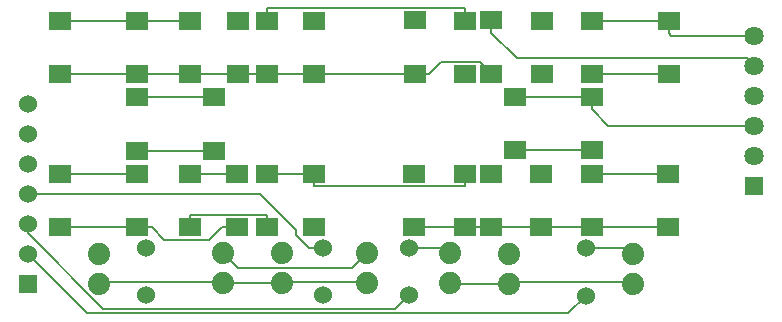
<source format=gtl>
G04 ---------------------------- Layer name :TOP LAYER*
G04 easyEDA 0.1*
G04 Scale: 100 percent, Rotated: No, Reflected: No *
G04 Dimensions in inches *
G04 leading zeros omitted , absolute positions ,2 integer and 4 *
%FSLAX24Y24*%
%MOIN*%
G90*
G70D02*

%ADD11C,0.008000*%
%ADD12C,0.074000*%
%ADD14C,0.060000*%
%ADD16R,0.074803X0.059055*%
%ADD17R,0.060000X0.060000*%
%ADD18R,0.064300X0.064300*%
%ADD19C,0.064300*%

%LPD*%
G54D11*
G01X17363Y10384D02*
G01X17363Y9979D01*
G01X26113Y8873D02*
G01X25869Y9116D01*
G01X18225Y9116D01*
G01X17363Y9979D01*
G01X20707Y10376D02*
G01X23267Y10376D01*
G01X20705Y5267D02*
G01X23264Y5267D01*
G01X23267Y10376D02*
G01X23267Y9971D01*
G01X26113Y9873D02*
G01X23365Y9873D01*
G01X23267Y9971D01*
G01X8894Y5273D02*
G01X8410Y5273D01*
G01X7318Y5267D02*
G01X8404Y5267D01*
G01X8410Y5273D01*
G01X11453Y5273D02*
G01X11453Y4867D01*
G01X16472Y5267D02*
G01X16472Y4861D01*
G01X16472Y4861D02*
G01X16470Y4859D01*
G01X11462Y4859D01*
G01X11453Y4867D01*
G01X9877Y5267D02*
G01X10362Y5267D01*
G01X11453Y5273D02*
G01X10368Y5273D01*
G01X10362Y5267D01*
G01X8113Y6046D02*
G01X5553Y6046D01*
G01X7321Y8607D02*
G01X7805Y8607D01*
G01X8906Y8601D02*
G01X7811Y8601D01*
G01X7805Y8607D01*
G01X9149Y8601D02*
G01X8906Y8601D01*
G01X9149Y8601D02*
G01X9391Y8601D01*
G01X7318Y3494D02*
G01X7318Y3900D01*
G01X9877Y3494D02*
G01X9877Y3900D01*
G01X9877Y3900D02*
G01X9871Y3906D01*
G01X7325Y3906D01*
G01X7318Y3900D01*
G01X2998Y8603D02*
G01X5557Y8603D01*
G01X7321Y8607D02*
G01X6836Y8607D01*
G01X5557Y8603D02*
G01X6832Y8603D01*
G01X6836Y8607D01*
G01X9880Y8607D02*
G01X9395Y8607D01*
G01X9391Y8601D02*
G01X9391Y8603D01*
G01X9395Y8607D01*
G01X9880Y8607D02*
G01X10364Y8607D01*
G01X11465Y8601D02*
G01X10370Y8601D01*
G01X10364Y8607D01*
G01X11708Y8601D02*
G01X11465Y8601D01*
G01X11708Y8601D02*
G01X11950Y8601D01*
G01X14803Y8613D02*
G01X11961Y8613D01*
G01X11950Y8601D01*
G01X15046Y8613D02*
G01X14803Y8613D01*
G01X15046Y8613D02*
G01X15288Y8613D01*
G01X17363Y8613D02*
G01X16970Y9005D01*
G01X15680Y9005D01*
G01X15288Y8613D01*
G01X23267Y8605D02*
G01X20707Y8605D01*
G01X5553Y7817D02*
G01X8113Y7817D01*
G01X9880Y10380D02*
G01X9880Y10785D01*
G01X16476Y10371D02*
G01X16476Y10777D01*
G01X16476Y10777D02*
G01X16462Y10790D01*
G01X9885Y10790D01*
G01X9880Y10785D01*
G01X18146Y7826D02*
G01X20705Y7826D01*
G01X7321Y10380D02*
G01X6836Y10380D01*
G01X5557Y10376D02*
G01X6832Y10376D01*
G01X6836Y10380D01*
G01X2998Y10376D02*
G01X5557Y10376D01*
G01X2992Y5263D02*
G01X5551Y5263D01*
G01X20705Y7826D02*
G01X20705Y7420D01*
G01X26113Y6873D02*
G01X21252Y6873D01*
G01X20705Y7420D01*
G01X20705Y6053D02*
G01X18146Y6053D01*
G01X17352Y3492D02*
G01X17836Y3492D01*
G01X19031Y3494D02*
G01X17838Y3494D01*
G01X17836Y3492D01*
G01X20705Y3494D02*
G01X19031Y3494D01*
G01X5551Y3490D02*
G01X6036Y3490D01*
G01X6036Y3490D02*
G01X6451Y3075D01*
G01X7941Y3075D01*
G01X8366Y3501D01*
G01X8894Y3501D01*
G01X2992Y3490D02*
G01X5551Y3490D01*
G01X16472Y3494D02*
G01X15988Y3494D01*
G01X14793Y3492D02*
G01X15986Y3492D01*
G01X15988Y3494D01*
G01X16472Y3494D02*
G01X16957Y3494D01*
G01X17352Y3492D02*
G01X16959Y3492D01*
G01X16957Y3494D01*
G01X23264Y3494D02*
G01X20705Y3494D01*
G01X1903Y4594D02*
G01X9651Y4594D01*
G01X10851Y3394D01*
G01X10851Y3244D01*
G01X11296Y2800D01*
G01X11750Y2800D01*
G01X1903Y3594D02*
G01X1903Y3287D01*
G01X4411Y778D01*
G01X14145Y778D01*
G01X14602Y1234D01*
G01X20510Y1211D02*
G01X19927Y628D01*
G01X3868Y628D01*
G01X1903Y2594D01*
G01X8402Y2617D02*
G01X8902Y2117D01*
G01X12723Y2117D01*
G01X13223Y2617D01*
G01X8402Y1617D02*
G01X8339Y1679D01*
G01X4327Y1679D01*
G01X4267Y1619D01*
G01X8402Y1617D02*
G01X8406Y1621D01*
G01X10371Y1621D01*
G01X22081Y1615D02*
G01X22020Y1677D01*
G01X18043Y1677D01*
G01X17952Y1586D01*
G01X17952Y1586D02*
G01X16010Y1586D01*
G01X15980Y1617D01*
G01X13223Y1617D02*
G01X13160Y1680D01*
G01X10428Y1680D01*
G01X10371Y1621D01*
G01X14602Y2805D02*
G01X15790Y2805D01*
G01X15980Y2617D01*
G01X20510Y2784D02*
G01X21913Y2784D01*
G01X22081Y2615D01*
G54D12*
G01X4269Y2615D03*
G01X4269Y1615D03*
G01X10371Y2617D03*
G01X10371Y1617D03*
G01X15980Y2617D03*
G01X15980Y1617D03*
G01X22081Y2615D03*
G01X22081Y1615D03*
G01X8402Y2617D03*
G01X8402Y1617D03*
G01X17952Y2586D03*
G01X17952Y1586D03*
G01X13223Y2617D03*
G01X13223Y1617D03*
G54D14*
G01X5843Y2807D03*
G01X5843Y1234D03*
G01X11750Y2800D03*
G01X11750Y1226D03*
G01X14602Y1234D03*
G01X14602Y2809D03*
G54D16*
G01X5553Y6046D03*
G01X8113Y6046D03*
G01X8113Y7817D03*
G01X5553Y7817D03*
G01X18146Y6053D03*
G01X20705Y6053D03*
G01X20705Y7826D03*
G01X18146Y7826D03*
G01X7321Y8607D03*
G01X9880Y8607D03*
G01X9880Y10380D03*
G01X7321Y10380D03*
G01X7318Y3494D03*
G01X9877Y3494D03*
G01X9877Y5267D03*
G01X7318Y5267D03*
G01X16476Y8600D03*
G01X19035Y8600D03*
G01X19035Y10371D03*
G01X16476Y10371D03*
G01X16472Y3494D03*
G01X19031Y3494D03*
G01X19031Y5267D03*
G01X16472Y5267D03*
G01X2998Y8603D03*
G01X5557Y8603D03*
G01X5557Y10376D03*
G01X2998Y10376D03*
G01X2992Y3490D03*
G01X5551Y3490D03*
G01X5551Y5263D03*
G01X2992Y5263D03*
G01X8906Y8601D03*
G01X11465Y8601D03*
G01X11465Y10373D03*
G01X8906Y10373D03*
G01X8894Y3501D03*
G01X11453Y3501D03*
G01X11453Y5273D03*
G01X8894Y5273D03*
G01X14803Y8613D03*
G01X17363Y8613D03*
G01X17363Y10384D03*
G01X14803Y10384D03*
G01X14793Y3492D03*
G01X17352Y3492D03*
G01X17352Y5265D03*
G01X14793Y5265D03*
G01X20707Y8605D03*
G01X23267Y8605D03*
G01X23267Y10376D03*
G01X20707Y10376D03*
G01X20705Y3494D03*
G01X23264Y3494D03*
G01X23264Y5267D03*
G01X20705Y5267D03*
G54D14*
G01X20510Y1211D03*
G01X20510Y2786D03*
G54D17*
G01X1903Y1594D03*
G54D14*
G01X1903Y2594D03*
G01X1903Y3594D03*
G01X1903Y4594D03*
G01X1903Y5594D03*
G01X1903Y6594D03*
G01X1903Y7594D03*
G54D18*
G01X26113Y4873D03*
G54D19*
G01X26113Y5873D03*
G01X26113Y6873D03*
G01X26113Y7873D03*
G01X26113Y8873D03*
G01X26113Y9873D03*
G54D12*
G01X4269Y2615D03*
G01X4269Y1615D03*
G01X10371Y2617D03*
G01X10371Y1617D03*
G01X15980Y2617D03*
G01X15980Y1617D03*
G01X22081Y2615D03*
G01X22081Y1615D03*
G01X8402Y2617D03*
G01X8402Y1617D03*
G01X17952Y2586D03*
G01X17952Y1586D03*
G01X13223Y2617D03*
G01X13223Y1617D03*
G54D14*
G01X5843Y2807D03*
G01X5843Y1234D03*
G01X11750Y2800D03*
G01X11750Y1226D03*
G01X14602Y1234D03*
G01X14602Y2809D03*
G54D16*
G01X5553Y6046D03*
G01X8113Y6046D03*
G01X8113Y7817D03*
G01X5553Y7817D03*
G01X18146Y6053D03*
G01X20705Y6053D03*
G01X20705Y7826D03*
G01X18146Y7826D03*
G01X7321Y8607D03*
G01X9880Y8607D03*
G01X9880Y10380D03*
G01X7321Y10380D03*
G01X7318Y3494D03*
G01X9877Y3494D03*
G01X9877Y5267D03*
G01X7318Y5267D03*
G01X16476Y8600D03*
G01X19035Y8600D03*
G01X19035Y10371D03*
G01X16476Y10371D03*
G01X16472Y3494D03*
G01X19031Y3494D03*
G01X19031Y5267D03*
G01X16472Y5267D03*
G01X2998Y8603D03*
G01X5557Y8603D03*
G01X5557Y10376D03*
G01X2998Y10376D03*
G01X2992Y3490D03*
G01X5551Y3490D03*
G01X5551Y5263D03*
G01X2992Y5263D03*
G01X8906Y8601D03*
G01X11465Y8601D03*
G01X11465Y10373D03*
G01X8906Y10373D03*
G01X8894Y3501D03*
G01X11453Y3501D03*
G01X11453Y5273D03*
G01X8894Y5273D03*
G01X14803Y8613D03*
G01X17363Y8613D03*
G01X17363Y10384D03*
G01X14803Y10384D03*
G01X14793Y3492D03*
G01X17352Y3492D03*
G01X17352Y5265D03*
G01X14793Y5265D03*
G01X20707Y8605D03*
G01X23267Y8605D03*
G01X23267Y10376D03*
G01X20707Y10376D03*
G01X20705Y3494D03*
G01X23264Y3494D03*
G01X23264Y5267D03*
G01X20705Y5267D03*
G54D14*
G01X20510Y1211D03*
G01X20510Y2786D03*
G54D17*
G01X1903Y1594D03*
G54D14*
G01X1903Y2594D03*
G01X1903Y3594D03*
G01X1903Y4594D03*
G01X1903Y5594D03*
G01X1903Y6594D03*
G01X1903Y7594D03*
G54D18*
G01X26113Y4873D03*
G54D19*
G01X26113Y5873D03*
G01X26113Y6873D03*
G01X26113Y7873D03*
G01X26113Y8873D03*
G01X26113Y9873D03*

M00*
M02*
</source>
